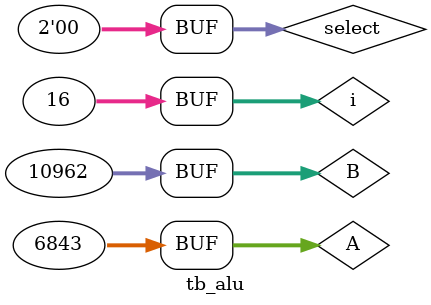
<source format=v>
`timescale 1ns / 1ps

module tb_alu;
	reg[31:0] A,B;
	reg[1:0] select;

	wire[31:0] out;
	wire CarryOut;

	integer i;
	alu test_unit(
			A,B,
			select,
			out,
			CarryOut
		);
	initial begin
	// Hold reset state for 100ns. For some reason.
	A = 32'b01;
	B = 32'b10;
	select = 2'b0;

	for(i = 0; i <= 15; i = i + 1)
	begin
		select = select + 2'b01;
		#10;
	end;

	A = 32'b01101010111011;
	B = 32'b10101011010010;

	end


	initial begin

	$monitor("time=%3d, select= %b, A=%b, B=%b, out=%b, CarryOut=%b \n", $time, select, A, B, out, CarryOut);


	end


endmodule
</source>
